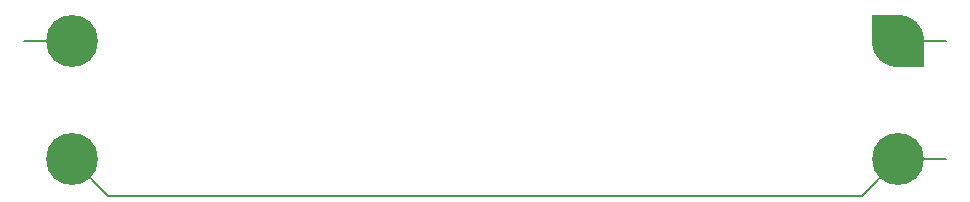
<source format=gtl>
%TF.GenerationSoftware,KiCad,Pcbnew,8.0.8*%
%TF.CreationDate,2025-01-29T16:57:42+00:00*%
%TF.ProjectId,ec30_1x7_r6_mh_0.1,65633330-5f31-4783-975f-72365f6d685f,v0.1*%
%TF.SameCoordinates,PX8d24d00PY37ca3a0*%
%TF.FileFunction,Copper,L1,Top*%
%TF.FilePolarity,Positive*%
%FSLAX46Y46*%
G04 Gerber Fmt 4.6, Leading zero omitted, Abs format (unit mm)*
G04 Created by KiCad (PCBNEW 8.0.8) date 2025-01-29 16:57:42*
%MOMM*%
%LPD*%
G01*
G04 APERTURE LIST*
G04 Aperture macros list*
%AMFreePoly0*
4,1,31,1.555635,1.555635,1.655822,1.452117,1.831196,1.223566,1.975237,0.974078,2.085481,0.707925,2.160042,0.429659,2.197645,0.144041,2.197645,-0.144041,2.160042,-0.429659,2.085481,-0.707925,1.975237,-0.974078,1.831196,-1.223566,1.655822,-1.452117,1.555635,-1.555635,0.000000,-3.111270,-1.555635,-1.555635,-1.655822,-1.452117,-1.831196,-1.223566,-1.975237,-0.974078,-2.085481,-0.707925,
-2.160042,-0.429659,-2.197645,-0.144041,-2.197645,0.144041,-2.160042,0.429659,-2.085481,0.707925,-1.975237,0.974078,-1.831196,1.223566,-1.655822,1.452117,-1.555635,1.555635,0.000000,3.111270,1.555635,1.555635,1.555635,1.555635,$1*%
G04 Aperture macros list end*
%TA.AperFunction,SMDPad,CuDef*%
%ADD10C,0.100000*%
%TD*%
%TA.AperFunction,ComponentPad*%
%ADD11C,4.400000*%
%TD*%
%TA.AperFunction,FiducialPad,Local*%
%ADD12FreePoly0,45.000000*%
%TD*%
%TA.AperFunction,FiducialPad,Local*%
%ADD13C,4.400000*%
%TD*%
%TA.AperFunction,Conductor*%
%ADD14C,0.200000*%
%TD*%
G04 APERTURE END LIST*
D10*
%TO.P,GS1,1,JD_DATA*%
%TO.N,JD_DATA*%
X39000000Y11000000D03*
%TD*%
D11*
%TO.P,MH3,MH3,MH3*%
%TO.N,JD_PWR*%
X-35000000Y11000000D03*
%TD*%
%TO.P,MH4,MH4,MH4*%
%TO.N,GND*%
X35000000Y1000001D03*
%TD*%
D10*
%TO.P,GS2,1,GND*%
%TO.N,GND*%
X39000000Y1000000D03*
%TD*%
D11*
%TO.P,MH2,MH2,MH2*%
%TO.N,GND*%
X-35000000Y1000000D03*
%TD*%
D10*
%TO.P,GS3,1,JD_PWR*%
%TO.N,JD_PWR*%
X-39000000Y11000000D03*
%TD*%
D12*
%TO.P,MH1,MH1,MH1*%
%TO.N,JD_DATA*%
X35000000Y11000001D03*
D13*
X35000000Y11000001D03*
%TD*%
D14*
%TO.N,JD_DATA*%
X35000000Y11000001D02*
X38999999Y11000001D01*
X38999999Y11000001D02*
X39000000Y11000000D01*
%TO.N,GND*%
X-35000000Y1000000D02*
X-31890000Y-2110000D01*
X35000000Y1000001D02*
X38999999Y1000001D01*
X38999999Y1000001D02*
X39000000Y1000000D01*
X-31890000Y-2110000D02*
X31889999Y-2110000D01*
X31889999Y-2110000D02*
X35000000Y1000001D01*
%TO.N,JD_PWR*%
X-35000000Y11000000D02*
X-39000000Y11000000D01*
%TD*%
M02*

</source>
